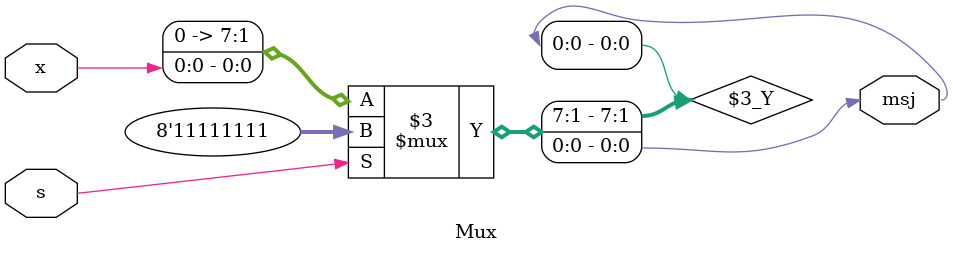
<source format=sv>
module Mux(input x, s, output msj);

  parameter msj_error = 8'hFF;
  assign msj = (s!=1) ? x : msj_error;

endmodule

</source>
